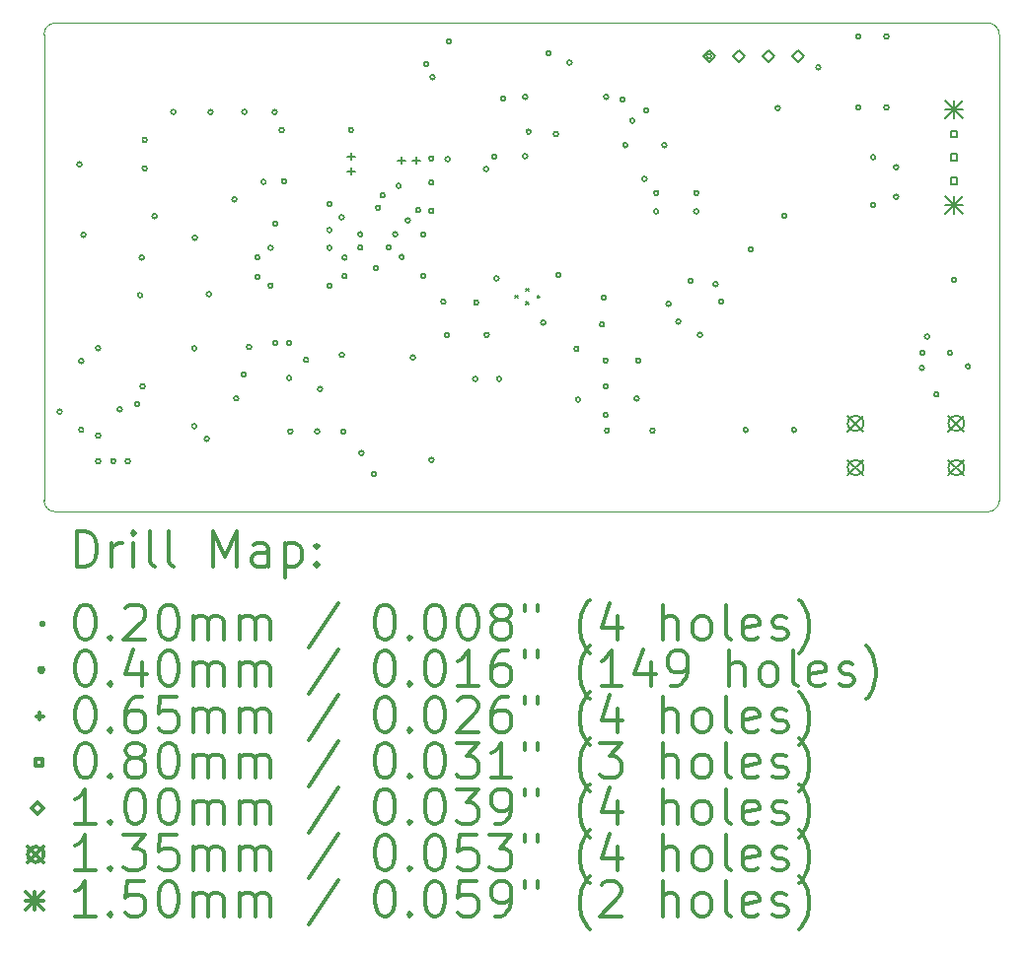
<source format=gbr>
%FSLAX45Y45*%
G04 Gerber Fmt 4.5, Leading zero omitted, Abs format (unit mm)*
G04 Created by KiCad (PCBNEW 5.1.8-db9833491~87~ubuntu20.04.1) date 2020-11-28 22:09:26*
%MOMM*%
%LPD*%
G01*
G04 APERTURE LIST*
%TA.AperFunction,Profile*%
%ADD10C,0.050000*%
%TD*%
%ADD11C,0.200000*%
%ADD12C,0.300000*%
G04 APERTURE END LIST*
D10*
X17200000Y-12100000D02*
G75*
G02*
X17100000Y-12200000I-100000J0D01*
G01*
X9100000Y-12200000D02*
G75*
G02*
X9000000Y-12100000I0J100000D01*
G01*
X9000000Y-8100000D02*
X9000000Y-12100000D01*
X17200000Y-8100000D02*
X17200000Y-12100000D01*
X9000000Y-8100000D02*
G75*
G02*
X9100000Y-8000000I100000J0D01*
G01*
X9100000Y-8000000D02*
X17100000Y-8000000D01*
X17100000Y-8000000D02*
G75*
G02*
X17200000Y-8100000I0J-100000D01*
G01*
X17100000Y-12200000D02*
X9100000Y-12200000D01*
D11*
X13045000Y-10340000D02*
X13065000Y-10360000D01*
X13065000Y-10340000D02*
X13045000Y-10360000D01*
X13140000Y-10282500D02*
X13160000Y-10302500D01*
X13160000Y-10282500D02*
X13140000Y-10302500D01*
X13140000Y-10397500D02*
X13160000Y-10417500D01*
X13160000Y-10397500D02*
X13140000Y-10417500D01*
X13235000Y-10340000D02*
X13255000Y-10360000D01*
X13255000Y-10340000D02*
X13235000Y-10360000D01*
X9155000Y-11340000D02*
G75*
G03*
X9155000Y-11340000I-20000J0D01*
G01*
X9325000Y-9215000D02*
G75*
G03*
X9325000Y-9215000I-20000J0D01*
G01*
X9340000Y-10905000D02*
G75*
G03*
X9340000Y-10905000I-20000J0D01*
G01*
X9340000Y-11495000D02*
G75*
G03*
X9340000Y-11495000I-20000J0D01*
G01*
X9360000Y-9820000D02*
G75*
G03*
X9360000Y-9820000I-20000J0D01*
G01*
X9485000Y-10795000D02*
G75*
G03*
X9485000Y-10795000I-20000J0D01*
G01*
X9485500Y-11544500D02*
G75*
G03*
X9485500Y-11544500I-20000J0D01*
G01*
X9485500Y-11764500D02*
G75*
G03*
X9485500Y-11764500I-20000J0D01*
G01*
X9615000Y-11765000D02*
G75*
G03*
X9615000Y-11765000I-20000J0D01*
G01*
X9670000Y-11320000D02*
G75*
G03*
X9670000Y-11320000I-20000J0D01*
G01*
X9739500Y-11765500D02*
G75*
G03*
X9739500Y-11765500I-20000J0D01*
G01*
X9820000Y-11275000D02*
G75*
G03*
X9820000Y-11275000I-20000J0D01*
G01*
X9845000Y-10340000D02*
G75*
G03*
X9845000Y-10340000I-20000J0D01*
G01*
X9860000Y-10015000D02*
G75*
G03*
X9860000Y-10015000I-20000J0D01*
G01*
X9866500Y-11121500D02*
G75*
G03*
X9866500Y-11121500I-20000J0D01*
G01*
X9885000Y-9005000D02*
G75*
G03*
X9885000Y-9005000I-20000J0D01*
G01*
X9885000Y-9250000D02*
G75*
G03*
X9885000Y-9250000I-20000J0D01*
G01*
X9970000Y-9660000D02*
G75*
G03*
X9970000Y-9660000I-20000J0D01*
G01*
X10130500Y-8764500D02*
G75*
G03*
X10130500Y-8764500I-20000J0D01*
G01*
X10310000Y-10795001D02*
G75*
G03*
X10310000Y-10795001I-20000J0D01*
G01*
X10310000Y-11465000D02*
G75*
G03*
X10310000Y-11465000I-20000J0D01*
G01*
X10315000Y-9845000D02*
G75*
G03*
X10315000Y-9845000I-20000J0D01*
G01*
X10418033Y-11573033D02*
G75*
G03*
X10418033Y-11573033I-20000J0D01*
G01*
X10435000Y-10330000D02*
G75*
G03*
X10435000Y-10330000I-20000J0D01*
G01*
X10450500Y-8764500D02*
G75*
G03*
X10450500Y-8764500I-20000J0D01*
G01*
X10655000Y-9515000D02*
G75*
G03*
X10655000Y-9515000I-20000J0D01*
G01*
X10670000Y-11225000D02*
G75*
G03*
X10670000Y-11225000I-20000J0D01*
G01*
X10735000Y-11020000D02*
G75*
G03*
X10735000Y-11020000I-20000J0D01*
G01*
X10740500Y-8764500D02*
G75*
G03*
X10740500Y-8764500I-20000J0D01*
G01*
X10780533Y-10784467D02*
G75*
G03*
X10780533Y-10784467I-20000J0D01*
G01*
X10853100Y-10015220D02*
G75*
G03*
X10853100Y-10015220I-20000J0D01*
G01*
X10853100Y-10180320D02*
G75*
G03*
X10853100Y-10180320I-20000J0D01*
G01*
X10905000Y-9365000D02*
G75*
G03*
X10905000Y-9365000I-20000J0D01*
G01*
X10964860Y-9931400D02*
G75*
G03*
X10964860Y-9931400I-20000J0D01*
G01*
X10964860Y-10256520D02*
G75*
G03*
X10964860Y-10256520I-20000J0D01*
G01*
X11000500Y-8764500D02*
G75*
G03*
X11000500Y-8764500I-20000J0D01*
G01*
X11005000Y-9725000D02*
G75*
G03*
X11005000Y-9725000I-20000J0D01*
G01*
X11005000Y-10750000D02*
G75*
G03*
X11005000Y-10750000I-20000J0D01*
G01*
X11060000Y-8920000D02*
G75*
G03*
X11060000Y-8920000I-20000J0D01*
G01*
X11080000Y-9360000D02*
G75*
G03*
X11080000Y-9360000I-20000J0D01*
G01*
X11125000Y-10750000D02*
G75*
G03*
X11125000Y-10750000I-20000J0D01*
G01*
X11125000Y-11050000D02*
G75*
G03*
X11125000Y-11050000I-20000J0D01*
G01*
X11135000Y-11510000D02*
G75*
G03*
X11135000Y-11510000I-20000J0D01*
G01*
X11270000Y-10895000D02*
G75*
G03*
X11270000Y-10895000I-20000J0D01*
G01*
X11365000Y-11510000D02*
G75*
G03*
X11365000Y-11510000I-20000J0D01*
G01*
X11390000Y-11145000D02*
G75*
G03*
X11390000Y-11145000I-20000J0D01*
G01*
X11470000Y-9555000D02*
G75*
G03*
X11470000Y-9555000I-20000J0D01*
G01*
X11470000Y-9780000D02*
G75*
G03*
X11470000Y-9780000I-20000J0D01*
G01*
X11470320Y-9931400D02*
G75*
G03*
X11470320Y-9931400I-20000J0D01*
G01*
X11470320Y-10256520D02*
G75*
G03*
X11470320Y-10256520I-20000J0D01*
G01*
X11575000Y-9670000D02*
G75*
G03*
X11575000Y-9670000I-20000J0D01*
G01*
X11577000Y-10852150D02*
G75*
G03*
X11577000Y-10852150I-20000J0D01*
G01*
X11590000Y-11510000D02*
G75*
G03*
X11590000Y-11510000I-20000J0D01*
G01*
X11600000Y-10015000D02*
G75*
G03*
X11600000Y-10015000I-20000J0D01*
G01*
X11600000Y-10175000D02*
G75*
G03*
X11600000Y-10175000I-20000J0D01*
G01*
X11655000Y-8920000D02*
G75*
G03*
X11655000Y-8920000I-20000J0D01*
G01*
X11735000Y-9815000D02*
G75*
G03*
X11735000Y-9815000I-20000J0D01*
G01*
X11735000Y-9930000D02*
G75*
G03*
X11735000Y-9930000I-20000J0D01*
G01*
X11745000Y-11695000D02*
G75*
G03*
X11745000Y-11695000I-20000J0D01*
G01*
X11851320Y-11877040D02*
G75*
G03*
X11851320Y-11877040I-20000J0D01*
G01*
X11870000Y-10105000D02*
G75*
G03*
X11870000Y-10105000I-20000J0D01*
G01*
X11888150Y-9588500D02*
G75*
G03*
X11888150Y-9588500I-20000J0D01*
G01*
X11926250Y-9480550D02*
G75*
G03*
X11926250Y-9480550I-20000J0D01*
G01*
X11980000Y-9930000D02*
G75*
G03*
X11980000Y-9930000I-20000J0D01*
G01*
X12035000Y-9815000D02*
G75*
G03*
X12035000Y-9815000I-20000J0D01*
G01*
X12065000Y-9400000D02*
G75*
G03*
X12065000Y-9400000I-20000J0D01*
G01*
X12090000Y-10010000D02*
G75*
G03*
X12090000Y-10010000I-20000J0D01*
G01*
X12142150Y-9696450D02*
G75*
G03*
X12142150Y-9696450I-20000J0D01*
G01*
X12186600Y-10873740D02*
G75*
G03*
X12186600Y-10873740I-20000J0D01*
G01*
X12231050Y-9607550D02*
G75*
G03*
X12231050Y-9607550I-20000J0D01*
G01*
X12275500Y-9817100D02*
G75*
G03*
X12275500Y-9817100I-20000J0D01*
G01*
X12275500Y-10172700D02*
G75*
G03*
X12275500Y-10172700I-20000J0D01*
G01*
X12300000Y-8355000D02*
G75*
G03*
X12300000Y-8355000I-20000J0D01*
G01*
X12345000Y-9165000D02*
G75*
G03*
X12345000Y-9165000I-20000J0D01*
G01*
X12345000Y-9370000D02*
G75*
G03*
X12345000Y-9370000I-20000J0D01*
G01*
X12345000Y-9615000D02*
G75*
G03*
X12345000Y-9615000I-20000J0D01*
G01*
X12345350Y-11753850D02*
G75*
G03*
X12345350Y-11753850I-20000J0D01*
G01*
X12355000Y-8465000D02*
G75*
G03*
X12355000Y-8465000I-20000J0D01*
G01*
X12447500Y-10395000D02*
G75*
G03*
X12447500Y-10395000I-20000J0D01*
G01*
X12480000Y-10682500D02*
G75*
G03*
X12480000Y-10682500I-20000J0D01*
G01*
X12485000Y-9170000D02*
G75*
G03*
X12485000Y-9170000I-20000J0D01*
G01*
X12495000Y-8160000D02*
G75*
G03*
X12495000Y-8160000I-20000J0D01*
G01*
X12722500Y-11057500D02*
G75*
G03*
X12722500Y-11057500I-20000J0D01*
G01*
X12730000Y-10402500D02*
G75*
G03*
X12730000Y-10402500I-20000J0D01*
G01*
X12815000Y-9255000D02*
G75*
G03*
X12815000Y-9255000I-20000J0D01*
G01*
X12820000Y-10680000D02*
G75*
G03*
X12820000Y-10680000I-20000J0D01*
G01*
X12885000Y-9150000D02*
G75*
G03*
X12885000Y-9150000I-20000J0D01*
G01*
X12905000Y-10195000D02*
G75*
G03*
X12905000Y-10195000I-20000J0D01*
G01*
X12927500Y-11057500D02*
G75*
G03*
X12927500Y-11057500I-20000J0D01*
G01*
X12960000Y-8650000D02*
G75*
G03*
X12960000Y-8650000I-20000J0D01*
G01*
X13150000Y-8635000D02*
G75*
G03*
X13150000Y-8635000I-20000J0D01*
G01*
X13150104Y-9144896D02*
G75*
G03*
X13150104Y-9144896I-20000J0D01*
G01*
X13180000Y-8935000D02*
G75*
G03*
X13180000Y-8935000I-20000J0D01*
G01*
X13305000Y-10575000D02*
G75*
G03*
X13305000Y-10575000I-20000J0D01*
G01*
X13349920Y-8260080D02*
G75*
G03*
X13349920Y-8260080I-20000J0D01*
G01*
X13415000Y-8955000D02*
G75*
G03*
X13415000Y-8955000I-20000J0D01*
G01*
X13435000Y-10165000D02*
G75*
G03*
X13435000Y-10165000I-20000J0D01*
G01*
X13530260Y-8341360D02*
G75*
G03*
X13530260Y-8341360I-20000J0D01*
G01*
X13590000Y-10799999D02*
G75*
G03*
X13590000Y-10799999I-20000J0D01*
G01*
X13605000Y-11235000D02*
G75*
G03*
X13605000Y-11235000I-20000J0D01*
G01*
X13809660Y-10589260D02*
G75*
G03*
X13809660Y-10589260I-20000J0D01*
G01*
X13825000Y-10360000D02*
G75*
G03*
X13825000Y-10360000I-20000J0D01*
G01*
X13840000Y-10900000D02*
G75*
G03*
X13840000Y-10900000I-20000J0D01*
G01*
X13840140Y-11122660D02*
G75*
G03*
X13840140Y-11122660I-20000J0D01*
G01*
X13840140Y-11369040D02*
G75*
G03*
X13840140Y-11369040I-20000J0D01*
G01*
X13845220Y-8636000D02*
G75*
G03*
X13845220Y-8636000I-20000J0D01*
G01*
X13852500Y-11502500D02*
G75*
G03*
X13852500Y-11502500I-20000J0D01*
G01*
X13985000Y-8660000D02*
G75*
G03*
X13985000Y-8660000I-20000J0D01*
G01*
X14010000Y-9050000D02*
G75*
G03*
X14010000Y-9050000I-20000J0D01*
G01*
X14070000Y-8840000D02*
G75*
G03*
X14070000Y-8840000I-20000J0D01*
G01*
X14106840Y-11226800D02*
G75*
G03*
X14106840Y-11226800I-20000J0D01*
G01*
X14120000Y-10900000D02*
G75*
G03*
X14120000Y-10900000I-20000J0D01*
G01*
X14175000Y-9340001D02*
G75*
G03*
X14175000Y-9340001I-20000J0D01*
G01*
X14188120Y-8750300D02*
G75*
G03*
X14188120Y-8750300I-20000J0D01*
G01*
X14242500Y-11502500D02*
G75*
G03*
X14242500Y-11502500I-20000J0D01*
G01*
X14274480Y-9618980D02*
G75*
G03*
X14274480Y-9618980I-20000J0D01*
G01*
X14275750Y-9461500D02*
G75*
G03*
X14275750Y-9461500I-20000J0D01*
G01*
X14345000Y-9050000D02*
G75*
G03*
X14345000Y-9050000I-20000J0D01*
G01*
X14381160Y-10414000D02*
G75*
G03*
X14381160Y-10414000I-20000J0D01*
G01*
X14465000Y-10565000D02*
G75*
G03*
X14465000Y-10565000I-20000J0D01*
G01*
X14569120Y-10215880D02*
G75*
G03*
X14569120Y-10215880I-20000J0D01*
G01*
X14617380Y-9618980D02*
G75*
G03*
X14617380Y-9618980I-20000J0D01*
G01*
X14618650Y-9461500D02*
G75*
G03*
X14618650Y-9461500I-20000J0D01*
G01*
X14650000Y-10680000D02*
G75*
G03*
X14650000Y-10680000I-20000J0D01*
G01*
X14650000Y-10680000D02*
G75*
G03*
X14650000Y-10680000I-20000J0D01*
G01*
X14728000Y-8285000D02*
G75*
G03*
X14728000Y-8285000I-20000J0D01*
G01*
X14785020Y-10244980D02*
G75*
G03*
X14785020Y-10244980I-20000J0D01*
G01*
X14833280Y-10393680D02*
G75*
G03*
X14833280Y-10393680I-20000J0D01*
G01*
X15042500Y-11497500D02*
G75*
G03*
X15042500Y-11497500I-20000J0D01*
G01*
X15085000Y-9945000D02*
G75*
G03*
X15085000Y-9945000I-20000J0D01*
G01*
X15317150Y-8731250D02*
G75*
G03*
X15317150Y-8731250I-20000J0D01*
G01*
X15375000Y-9655000D02*
G75*
G03*
X15375000Y-9655000I-20000J0D01*
G01*
X15457500Y-11497500D02*
G75*
G03*
X15457500Y-11497500I-20000J0D01*
G01*
X15666400Y-8382000D02*
G75*
G03*
X15666400Y-8382000I-20000J0D01*
G01*
X16009300Y-8115300D02*
G75*
G03*
X16009300Y-8115300I-20000J0D01*
G01*
X16009300Y-8724900D02*
G75*
G03*
X16009300Y-8724900I-20000J0D01*
G01*
X16136300Y-9154160D02*
G75*
G03*
X16136300Y-9154160I-20000J0D01*
G01*
X16136300Y-9565640D02*
G75*
G03*
X16136300Y-9565640I-20000J0D01*
G01*
X16250600Y-8115300D02*
G75*
G03*
X16250600Y-8115300I-20000J0D01*
G01*
X16250600Y-8724900D02*
G75*
G03*
X16250600Y-8724900I-20000J0D01*
G01*
X16333150Y-9239250D02*
G75*
G03*
X16333150Y-9239250I-20000J0D01*
G01*
X16333150Y-9493250D02*
G75*
G03*
X16333150Y-9493250I-20000J0D01*
G01*
X16555000Y-10965000D02*
G75*
G03*
X16555000Y-10965000I-20000J0D01*
G01*
X16560000Y-10835000D02*
G75*
G03*
X16560000Y-10835000I-20000J0D01*
G01*
X16600000Y-10695000D02*
G75*
G03*
X16600000Y-10695000I-20000J0D01*
G01*
X16680000Y-11190000D02*
G75*
G03*
X16680000Y-11190000I-20000J0D01*
G01*
X16795000Y-10835000D02*
G75*
G03*
X16795000Y-10835000I-20000J0D01*
G01*
X16829720Y-10208260D02*
G75*
G03*
X16829720Y-10208260I-20000J0D01*
G01*
X16950000Y-10950000D02*
G75*
G03*
X16950000Y-10950000I-20000J0D01*
G01*
X11640000Y-9112500D02*
X11640000Y-9177500D01*
X11607500Y-9145000D02*
X11672500Y-9145000D01*
X11640000Y-9239500D02*
X11640000Y-9304500D01*
X11607500Y-9272000D02*
X11672500Y-9272000D01*
X12068000Y-9147500D02*
X12068000Y-9212500D01*
X12035500Y-9180000D02*
X12100500Y-9180000D01*
X12195000Y-9147500D02*
X12195000Y-9212500D01*
X12162500Y-9180000D02*
X12227500Y-9180000D01*
X16838285Y-8983285D02*
X16838285Y-8926716D01*
X16781716Y-8926716D01*
X16781716Y-8983285D01*
X16838285Y-8983285D01*
X16838285Y-9183285D02*
X16838285Y-9126716D01*
X16781716Y-9126716D01*
X16781716Y-9183285D01*
X16838285Y-9183285D01*
X16838285Y-9383285D02*
X16838285Y-9326716D01*
X16781716Y-9326716D01*
X16781716Y-9383285D01*
X16838285Y-9383285D01*
X14708000Y-8335000D02*
X14758000Y-8285000D01*
X14708000Y-8235000D01*
X14658000Y-8285000D01*
X14708000Y-8335000D01*
X14962000Y-8335000D02*
X15012000Y-8285000D01*
X14962000Y-8235000D01*
X14912000Y-8285000D01*
X14962000Y-8335000D01*
X15216000Y-8335000D02*
X15266000Y-8285000D01*
X15216000Y-8235000D01*
X15166000Y-8285000D01*
X15216000Y-8335000D01*
X15470000Y-8335000D02*
X15520000Y-8285000D01*
X15470000Y-8235000D01*
X15420000Y-8285000D01*
X15470000Y-8335000D01*
X15898700Y-11372700D02*
X16033300Y-11507300D01*
X16033300Y-11372700D02*
X15898700Y-11507300D01*
X16033300Y-11440000D02*
G75*
G03*
X16033300Y-11440000I-67300J0D01*
G01*
X15898700Y-11752700D02*
X16033300Y-11887300D01*
X16033300Y-11752700D02*
X15898700Y-11887300D01*
X16033300Y-11820000D02*
G75*
G03*
X16033300Y-11820000I-67300J0D01*
G01*
X16762700Y-11372700D02*
X16897300Y-11507300D01*
X16897300Y-11372700D02*
X16762700Y-11507300D01*
X16897300Y-11440000D02*
G75*
G03*
X16897300Y-11440000I-67300J0D01*
G01*
X16762700Y-11752700D02*
X16897300Y-11887300D01*
X16897300Y-11752700D02*
X16762700Y-11887300D01*
X16897300Y-11820000D02*
G75*
G03*
X16897300Y-11820000I-67300J0D01*
G01*
X16735000Y-8670000D02*
X16885000Y-8820000D01*
X16885000Y-8670000D02*
X16735000Y-8820000D01*
X16810000Y-8670000D02*
X16810000Y-8820000D01*
X16735000Y-8745000D02*
X16885000Y-8745000D01*
X16735000Y-9490000D02*
X16885000Y-9640000D01*
X16885000Y-9490000D02*
X16735000Y-9640000D01*
X16810000Y-9490000D02*
X16810000Y-9640000D01*
X16735000Y-9565000D02*
X16885000Y-9565000D01*
D12*
X9283928Y-12668214D02*
X9283928Y-12368214D01*
X9355357Y-12368214D01*
X9398214Y-12382500D01*
X9426786Y-12411071D01*
X9441071Y-12439643D01*
X9455357Y-12496786D01*
X9455357Y-12539643D01*
X9441071Y-12596786D01*
X9426786Y-12625357D01*
X9398214Y-12653929D01*
X9355357Y-12668214D01*
X9283928Y-12668214D01*
X9583928Y-12668214D02*
X9583928Y-12468214D01*
X9583928Y-12525357D02*
X9598214Y-12496786D01*
X9612500Y-12482500D01*
X9641071Y-12468214D01*
X9669643Y-12468214D01*
X9769643Y-12668214D02*
X9769643Y-12468214D01*
X9769643Y-12368214D02*
X9755357Y-12382500D01*
X9769643Y-12396786D01*
X9783928Y-12382500D01*
X9769643Y-12368214D01*
X9769643Y-12396786D01*
X9955357Y-12668214D02*
X9926786Y-12653929D01*
X9912500Y-12625357D01*
X9912500Y-12368214D01*
X10112500Y-12668214D02*
X10083928Y-12653929D01*
X10069643Y-12625357D01*
X10069643Y-12368214D01*
X10455357Y-12668214D02*
X10455357Y-12368214D01*
X10555357Y-12582500D01*
X10655357Y-12368214D01*
X10655357Y-12668214D01*
X10926786Y-12668214D02*
X10926786Y-12511071D01*
X10912500Y-12482500D01*
X10883928Y-12468214D01*
X10826786Y-12468214D01*
X10798214Y-12482500D01*
X10926786Y-12653929D02*
X10898214Y-12668214D01*
X10826786Y-12668214D01*
X10798214Y-12653929D01*
X10783928Y-12625357D01*
X10783928Y-12596786D01*
X10798214Y-12568214D01*
X10826786Y-12553929D01*
X10898214Y-12553929D01*
X10926786Y-12539643D01*
X11069643Y-12468214D02*
X11069643Y-12768214D01*
X11069643Y-12482500D02*
X11098214Y-12468214D01*
X11155357Y-12468214D01*
X11183928Y-12482500D01*
X11198214Y-12496786D01*
X11212500Y-12525357D01*
X11212500Y-12611071D01*
X11198214Y-12639643D01*
X11183928Y-12653929D01*
X11155357Y-12668214D01*
X11098214Y-12668214D01*
X11069643Y-12653929D01*
X11341071Y-12639643D02*
X11355357Y-12653929D01*
X11341071Y-12668214D01*
X11326786Y-12653929D01*
X11341071Y-12639643D01*
X11341071Y-12668214D01*
X11341071Y-12482500D02*
X11355357Y-12496786D01*
X11341071Y-12511071D01*
X11326786Y-12496786D01*
X11341071Y-12482500D01*
X11341071Y-12511071D01*
X8977500Y-13152500D02*
X8997500Y-13172500D01*
X8997500Y-13152500D02*
X8977500Y-13172500D01*
X9341071Y-12998214D02*
X9369643Y-12998214D01*
X9398214Y-13012500D01*
X9412500Y-13026786D01*
X9426786Y-13055357D01*
X9441071Y-13112500D01*
X9441071Y-13183929D01*
X9426786Y-13241071D01*
X9412500Y-13269643D01*
X9398214Y-13283929D01*
X9369643Y-13298214D01*
X9341071Y-13298214D01*
X9312500Y-13283929D01*
X9298214Y-13269643D01*
X9283928Y-13241071D01*
X9269643Y-13183929D01*
X9269643Y-13112500D01*
X9283928Y-13055357D01*
X9298214Y-13026786D01*
X9312500Y-13012500D01*
X9341071Y-12998214D01*
X9569643Y-13269643D02*
X9583928Y-13283929D01*
X9569643Y-13298214D01*
X9555357Y-13283929D01*
X9569643Y-13269643D01*
X9569643Y-13298214D01*
X9698214Y-13026786D02*
X9712500Y-13012500D01*
X9741071Y-12998214D01*
X9812500Y-12998214D01*
X9841071Y-13012500D01*
X9855357Y-13026786D01*
X9869643Y-13055357D01*
X9869643Y-13083929D01*
X9855357Y-13126786D01*
X9683928Y-13298214D01*
X9869643Y-13298214D01*
X10055357Y-12998214D02*
X10083928Y-12998214D01*
X10112500Y-13012500D01*
X10126786Y-13026786D01*
X10141071Y-13055357D01*
X10155357Y-13112500D01*
X10155357Y-13183929D01*
X10141071Y-13241071D01*
X10126786Y-13269643D01*
X10112500Y-13283929D01*
X10083928Y-13298214D01*
X10055357Y-13298214D01*
X10026786Y-13283929D01*
X10012500Y-13269643D01*
X9998214Y-13241071D01*
X9983928Y-13183929D01*
X9983928Y-13112500D01*
X9998214Y-13055357D01*
X10012500Y-13026786D01*
X10026786Y-13012500D01*
X10055357Y-12998214D01*
X10283928Y-13298214D02*
X10283928Y-13098214D01*
X10283928Y-13126786D02*
X10298214Y-13112500D01*
X10326786Y-13098214D01*
X10369643Y-13098214D01*
X10398214Y-13112500D01*
X10412500Y-13141071D01*
X10412500Y-13298214D01*
X10412500Y-13141071D02*
X10426786Y-13112500D01*
X10455357Y-13098214D01*
X10498214Y-13098214D01*
X10526786Y-13112500D01*
X10541071Y-13141071D01*
X10541071Y-13298214D01*
X10683928Y-13298214D02*
X10683928Y-13098214D01*
X10683928Y-13126786D02*
X10698214Y-13112500D01*
X10726786Y-13098214D01*
X10769643Y-13098214D01*
X10798214Y-13112500D01*
X10812500Y-13141071D01*
X10812500Y-13298214D01*
X10812500Y-13141071D02*
X10826786Y-13112500D01*
X10855357Y-13098214D01*
X10898214Y-13098214D01*
X10926786Y-13112500D01*
X10941071Y-13141071D01*
X10941071Y-13298214D01*
X11526786Y-12983929D02*
X11269643Y-13369643D01*
X11912500Y-12998214D02*
X11941071Y-12998214D01*
X11969643Y-13012500D01*
X11983928Y-13026786D01*
X11998214Y-13055357D01*
X12012500Y-13112500D01*
X12012500Y-13183929D01*
X11998214Y-13241071D01*
X11983928Y-13269643D01*
X11969643Y-13283929D01*
X11941071Y-13298214D01*
X11912500Y-13298214D01*
X11883928Y-13283929D01*
X11869643Y-13269643D01*
X11855357Y-13241071D01*
X11841071Y-13183929D01*
X11841071Y-13112500D01*
X11855357Y-13055357D01*
X11869643Y-13026786D01*
X11883928Y-13012500D01*
X11912500Y-12998214D01*
X12141071Y-13269643D02*
X12155357Y-13283929D01*
X12141071Y-13298214D01*
X12126786Y-13283929D01*
X12141071Y-13269643D01*
X12141071Y-13298214D01*
X12341071Y-12998214D02*
X12369643Y-12998214D01*
X12398214Y-13012500D01*
X12412500Y-13026786D01*
X12426786Y-13055357D01*
X12441071Y-13112500D01*
X12441071Y-13183929D01*
X12426786Y-13241071D01*
X12412500Y-13269643D01*
X12398214Y-13283929D01*
X12369643Y-13298214D01*
X12341071Y-13298214D01*
X12312500Y-13283929D01*
X12298214Y-13269643D01*
X12283928Y-13241071D01*
X12269643Y-13183929D01*
X12269643Y-13112500D01*
X12283928Y-13055357D01*
X12298214Y-13026786D01*
X12312500Y-13012500D01*
X12341071Y-12998214D01*
X12626786Y-12998214D02*
X12655357Y-12998214D01*
X12683928Y-13012500D01*
X12698214Y-13026786D01*
X12712500Y-13055357D01*
X12726786Y-13112500D01*
X12726786Y-13183929D01*
X12712500Y-13241071D01*
X12698214Y-13269643D01*
X12683928Y-13283929D01*
X12655357Y-13298214D01*
X12626786Y-13298214D01*
X12598214Y-13283929D01*
X12583928Y-13269643D01*
X12569643Y-13241071D01*
X12555357Y-13183929D01*
X12555357Y-13112500D01*
X12569643Y-13055357D01*
X12583928Y-13026786D01*
X12598214Y-13012500D01*
X12626786Y-12998214D01*
X12898214Y-13126786D02*
X12869643Y-13112500D01*
X12855357Y-13098214D01*
X12841071Y-13069643D01*
X12841071Y-13055357D01*
X12855357Y-13026786D01*
X12869643Y-13012500D01*
X12898214Y-12998214D01*
X12955357Y-12998214D01*
X12983928Y-13012500D01*
X12998214Y-13026786D01*
X13012500Y-13055357D01*
X13012500Y-13069643D01*
X12998214Y-13098214D01*
X12983928Y-13112500D01*
X12955357Y-13126786D01*
X12898214Y-13126786D01*
X12869643Y-13141071D01*
X12855357Y-13155357D01*
X12841071Y-13183929D01*
X12841071Y-13241071D01*
X12855357Y-13269643D01*
X12869643Y-13283929D01*
X12898214Y-13298214D01*
X12955357Y-13298214D01*
X12983928Y-13283929D01*
X12998214Y-13269643D01*
X13012500Y-13241071D01*
X13012500Y-13183929D01*
X12998214Y-13155357D01*
X12983928Y-13141071D01*
X12955357Y-13126786D01*
X13126786Y-12998214D02*
X13126786Y-13055357D01*
X13241071Y-12998214D02*
X13241071Y-13055357D01*
X13683928Y-13412500D02*
X13669643Y-13398214D01*
X13641071Y-13355357D01*
X13626786Y-13326786D01*
X13612500Y-13283929D01*
X13598214Y-13212500D01*
X13598214Y-13155357D01*
X13612500Y-13083929D01*
X13626786Y-13041071D01*
X13641071Y-13012500D01*
X13669643Y-12969643D01*
X13683928Y-12955357D01*
X13926786Y-13098214D02*
X13926786Y-13298214D01*
X13855357Y-12983929D02*
X13783928Y-13198214D01*
X13969643Y-13198214D01*
X14312500Y-13298214D02*
X14312500Y-12998214D01*
X14441071Y-13298214D02*
X14441071Y-13141071D01*
X14426786Y-13112500D01*
X14398214Y-13098214D01*
X14355357Y-13098214D01*
X14326786Y-13112500D01*
X14312500Y-13126786D01*
X14626786Y-13298214D02*
X14598214Y-13283929D01*
X14583928Y-13269643D01*
X14569643Y-13241071D01*
X14569643Y-13155357D01*
X14583928Y-13126786D01*
X14598214Y-13112500D01*
X14626786Y-13098214D01*
X14669643Y-13098214D01*
X14698214Y-13112500D01*
X14712500Y-13126786D01*
X14726786Y-13155357D01*
X14726786Y-13241071D01*
X14712500Y-13269643D01*
X14698214Y-13283929D01*
X14669643Y-13298214D01*
X14626786Y-13298214D01*
X14898214Y-13298214D02*
X14869643Y-13283929D01*
X14855357Y-13255357D01*
X14855357Y-12998214D01*
X15126786Y-13283929D02*
X15098214Y-13298214D01*
X15041071Y-13298214D01*
X15012500Y-13283929D01*
X14998214Y-13255357D01*
X14998214Y-13141071D01*
X15012500Y-13112500D01*
X15041071Y-13098214D01*
X15098214Y-13098214D01*
X15126786Y-13112500D01*
X15141071Y-13141071D01*
X15141071Y-13169643D01*
X14998214Y-13198214D01*
X15255357Y-13283929D02*
X15283928Y-13298214D01*
X15341071Y-13298214D01*
X15369643Y-13283929D01*
X15383928Y-13255357D01*
X15383928Y-13241071D01*
X15369643Y-13212500D01*
X15341071Y-13198214D01*
X15298214Y-13198214D01*
X15269643Y-13183929D01*
X15255357Y-13155357D01*
X15255357Y-13141071D01*
X15269643Y-13112500D01*
X15298214Y-13098214D01*
X15341071Y-13098214D01*
X15369643Y-13112500D01*
X15483928Y-13412500D02*
X15498214Y-13398214D01*
X15526786Y-13355357D01*
X15541071Y-13326786D01*
X15555357Y-13283929D01*
X15569643Y-13212500D01*
X15569643Y-13155357D01*
X15555357Y-13083929D01*
X15541071Y-13041071D01*
X15526786Y-13012500D01*
X15498214Y-12969643D01*
X15483928Y-12955357D01*
X8997500Y-13558500D02*
G75*
G03*
X8997500Y-13558500I-20000J0D01*
G01*
X9341071Y-13394214D02*
X9369643Y-13394214D01*
X9398214Y-13408500D01*
X9412500Y-13422786D01*
X9426786Y-13451357D01*
X9441071Y-13508500D01*
X9441071Y-13579929D01*
X9426786Y-13637071D01*
X9412500Y-13665643D01*
X9398214Y-13679929D01*
X9369643Y-13694214D01*
X9341071Y-13694214D01*
X9312500Y-13679929D01*
X9298214Y-13665643D01*
X9283928Y-13637071D01*
X9269643Y-13579929D01*
X9269643Y-13508500D01*
X9283928Y-13451357D01*
X9298214Y-13422786D01*
X9312500Y-13408500D01*
X9341071Y-13394214D01*
X9569643Y-13665643D02*
X9583928Y-13679929D01*
X9569643Y-13694214D01*
X9555357Y-13679929D01*
X9569643Y-13665643D01*
X9569643Y-13694214D01*
X9841071Y-13494214D02*
X9841071Y-13694214D01*
X9769643Y-13379929D02*
X9698214Y-13594214D01*
X9883928Y-13594214D01*
X10055357Y-13394214D02*
X10083928Y-13394214D01*
X10112500Y-13408500D01*
X10126786Y-13422786D01*
X10141071Y-13451357D01*
X10155357Y-13508500D01*
X10155357Y-13579929D01*
X10141071Y-13637071D01*
X10126786Y-13665643D01*
X10112500Y-13679929D01*
X10083928Y-13694214D01*
X10055357Y-13694214D01*
X10026786Y-13679929D01*
X10012500Y-13665643D01*
X9998214Y-13637071D01*
X9983928Y-13579929D01*
X9983928Y-13508500D01*
X9998214Y-13451357D01*
X10012500Y-13422786D01*
X10026786Y-13408500D01*
X10055357Y-13394214D01*
X10283928Y-13694214D02*
X10283928Y-13494214D01*
X10283928Y-13522786D02*
X10298214Y-13508500D01*
X10326786Y-13494214D01*
X10369643Y-13494214D01*
X10398214Y-13508500D01*
X10412500Y-13537071D01*
X10412500Y-13694214D01*
X10412500Y-13537071D02*
X10426786Y-13508500D01*
X10455357Y-13494214D01*
X10498214Y-13494214D01*
X10526786Y-13508500D01*
X10541071Y-13537071D01*
X10541071Y-13694214D01*
X10683928Y-13694214D02*
X10683928Y-13494214D01*
X10683928Y-13522786D02*
X10698214Y-13508500D01*
X10726786Y-13494214D01*
X10769643Y-13494214D01*
X10798214Y-13508500D01*
X10812500Y-13537071D01*
X10812500Y-13694214D01*
X10812500Y-13537071D02*
X10826786Y-13508500D01*
X10855357Y-13494214D01*
X10898214Y-13494214D01*
X10926786Y-13508500D01*
X10941071Y-13537071D01*
X10941071Y-13694214D01*
X11526786Y-13379929D02*
X11269643Y-13765643D01*
X11912500Y-13394214D02*
X11941071Y-13394214D01*
X11969643Y-13408500D01*
X11983928Y-13422786D01*
X11998214Y-13451357D01*
X12012500Y-13508500D01*
X12012500Y-13579929D01*
X11998214Y-13637071D01*
X11983928Y-13665643D01*
X11969643Y-13679929D01*
X11941071Y-13694214D01*
X11912500Y-13694214D01*
X11883928Y-13679929D01*
X11869643Y-13665643D01*
X11855357Y-13637071D01*
X11841071Y-13579929D01*
X11841071Y-13508500D01*
X11855357Y-13451357D01*
X11869643Y-13422786D01*
X11883928Y-13408500D01*
X11912500Y-13394214D01*
X12141071Y-13665643D02*
X12155357Y-13679929D01*
X12141071Y-13694214D01*
X12126786Y-13679929D01*
X12141071Y-13665643D01*
X12141071Y-13694214D01*
X12341071Y-13394214D02*
X12369643Y-13394214D01*
X12398214Y-13408500D01*
X12412500Y-13422786D01*
X12426786Y-13451357D01*
X12441071Y-13508500D01*
X12441071Y-13579929D01*
X12426786Y-13637071D01*
X12412500Y-13665643D01*
X12398214Y-13679929D01*
X12369643Y-13694214D01*
X12341071Y-13694214D01*
X12312500Y-13679929D01*
X12298214Y-13665643D01*
X12283928Y-13637071D01*
X12269643Y-13579929D01*
X12269643Y-13508500D01*
X12283928Y-13451357D01*
X12298214Y-13422786D01*
X12312500Y-13408500D01*
X12341071Y-13394214D01*
X12726786Y-13694214D02*
X12555357Y-13694214D01*
X12641071Y-13694214D02*
X12641071Y-13394214D01*
X12612500Y-13437071D01*
X12583928Y-13465643D01*
X12555357Y-13479929D01*
X12983928Y-13394214D02*
X12926786Y-13394214D01*
X12898214Y-13408500D01*
X12883928Y-13422786D01*
X12855357Y-13465643D01*
X12841071Y-13522786D01*
X12841071Y-13637071D01*
X12855357Y-13665643D01*
X12869643Y-13679929D01*
X12898214Y-13694214D01*
X12955357Y-13694214D01*
X12983928Y-13679929D01*
X12998214Y-13665643D01*
X13012500Y-13637071D01*
X13012500Y-13565643D01*
X12998214Y-13537071D01*
X12983928Y-13522786D01*
X12955357Y-13508500D01*
X12898214Y-13508500D01*
X12869643Y-13522786D01*
X12855357Y-13537071D01*
X12841071Y-13565643D01*
X13126786Y-13394214D02*
X13126786Y-13451357D01*
X13241071Y-13394214D02*
X13241071Y-13451357D01*
X13683928Y-13808500D02*
X13669643Y-13794214D01*
X13641071Y-13751357D01*
X13626786Y-13722786D01*
X13612500Y-13679929D01*
X13598214Y-13608500D01*
X13598214Y-13551357D01*
X13612500Y-13479929D01*
X13626786Y-13437071D01*
X13641071Y-13408500D01*
X13669643Y-13365643D01*
X13683928Y-13351357D01*
X13955357Y-13694214D02*
X13783928Y-13694214D01*
X13869643Y-13694214D02*
X13869643Y-13394214D01*
X13841071Y-13437071D01*
X13812500Y-13465643D01*
X13783928Y-13479929D01*
X14212500Y-13494214D02*
X14212500Y-13694214D01*
X14141071Y-13379929D02*
X14069643Y-13594214D01*
X14255357Y-13594214D01*
X14383928Y-13694214D02*
X14441071Y-13694214D01*
X14469643Y-13679929D01*
X14483928Y-13665643D01*
X14512500Y-13622786D01*
X14526786Y-13565643D01*
X14526786Y-13451357D01*
X14512500Y-13422786D01*
X14498214Y-13408500D01*
X14469643Y-13394214D01*
X14412500Y-13394214D01*
X14383928Y-13408500D01*
X14369643Y-13422786D01*
X14355357Y-13451357D01*
X14355357Y-13522786D01*
X14369643Y-13551357D01*
X14383928Y-13565643D01*
X14412500Y-13579929D01*
X14469643Y-13579929D01*
X14498214Y-13565643D01*
X14512500Y-13551357D01*
X14526786Y-13522786D01*
X14883928Y-13694214D02*
X14883928Y-13394214D01*
X15012500Y-13694214D02*
X15012500Y-13537071D01*
X14998214Y-13508500D01*
X14969643Y-13494214D01*
X14926786Y-13494214D01*
X14898214Y-13508500D01*
X14883928Y-13522786D01*
X15198214Y-13694214D02*
X15169643Y-13679929D01*
X15155357Y-13665643D01*
X15141071Y-13637071D01*
X15141071Y-13551357D01*
X15155357Y-13522786D01*
X15169643Y-13508500D01*
X15198214Y-13494214D01*
X15241071Y-13494214D01*
X15269643Y-13508500D01*
X15283928Y-13522786D01*
X15298214Y-13551357D01*
X15298214Y-13637071D01*
X15283928Y-13665643D01*
X15269643Y-13679929D01*
X15241071Y-13694214D01*
X15198214Y-13694214D01*
X15469643Y-13694214D02*
X15441071Y-13679929D01*
X15426786Y-13651357D01*
X15426786Y-13394214D01*
X15698214Y-13679929D02*
X15669643Y-13694214D01*
X15612500Y-13694214D01*
X15583928Y-13679929D01*
X15569643Y-13651357D01*
X15569643Y-13537071D01*
X15583928Y-13508500D01*
X15612500Y-13494214D01*
X15669643Y-13494214D01*
X15698214Y-13508500D01*
X15712500Y-13537071D01*
X15712500Y-13565643D01*
X15569643Y-13594214D01*
X15826786Y-13679929D02*
X15855357Y-13694214D01*
X15912500Y-13694214D01*
X15941071Y-13679929D01*
X15955357Y-13651357D01*
X15955357Y-13637071D01*
X15941071Y-13608500D01*
X15912500Y-13594214D01*
X15869643Y-13594214D01*
X15841071Y-13579929D01*
X15826786Y-13551357D01*
X15826786Y-13537071D01*
X15841071Y-13508500D01*
X15869643Y-13494214D01*
X15912500Y-13494214D01*
X15941071Y-13508500D01*
X16055357Y-13808500D02*
X16069643Y-13794214D01*
X16098214Y-13751357D01*
X16112500Y-13722786D01*
X16126786Y-13679929D01*
X16141071Y-13608500D01*
X16141071Y-13551357D01*
X16126786Y-13479929D01*
X16112500Y-13437071D01*
X16098214Y-13408500D01*
X16069643Y-13365643D01*
X16055357Y-13351357D01*
X8965000Y-13922000D02*
X8965000Y-13987000D01*
X8932500Y-13954500D02*
X8997500Y-13954500D01*
X9341071Y-13790214D02*
X9369643Y-13790214D01*
X9398214Y-13804500D01*
X9412500Y-13818786D01*
X9426786Y-13847357D01*
X9441071Y-13904500D01*
X9441071Y-13975929D01*
X9426786Y-14033071D01*
X9412500Y-14061643D01*
X9398214Y-14075929D01*
X9369643Y-14090214D01*
X9341071Y-14090214D01*
X9312500Y-14075929D01*
X9298214Y-14061643D01*
X9283928Y-14033071D01*
X9269643Y-13975929D01*
X9269643Y-13904500D01*
X9283928Y-13847357D01*
X9298214Y-13818786D01*
X9312500Y-13804500D01*
X9341071Y-13790214D01*
X9569643Y-14061643D02*
X9583928Y-14075929D01*
X9569643Y-14090214D01*
X9555357Y-14075929D01*
X9569643Y-14061643D01*
X9569643Y-14090214D01*
X9841071Y-13790214D02*
X9783928Y-13790214D01*
X9755357Y-13804500D01*
X9741071Y-13818786D01*
X9712500Y-13861643D01*
X9698214Y-13918786D01*
X9698214Y-14033071D01*
X9712500Y-14061643D01*
X9726786Y-14075929D01*
X9755357Y-14090214D01*
X9812500Y-14090214D01*
X9841071Y-14075929D01*
X9855357Y-14061643D01*
X9869643Y-14033071D01*
X9869643Y-13961643D01*
X9855357Y-13933071D01*
X9841071Y-13918786D01*
X9812500Y-13904500D01*
X9755357Y-13904500D01*
X9726786Y-13918786D01*
X9712500Y-13933071D01*
X9698214Y-13961643D01*
X10141071Y-13790214D02*
X9998214Y-13790214D01*
X9983928Y-13933071D01*
X9998214Y-13918786D01*
X10026786Y-13904500D01*
X10098214Y-13904500D01*
X10126786Y-13918786D01*
X10141071Y-13933071D01*
X10155357Y-13961643D01*
X10155357Y-14033071D01*
X10141071Y-14061643D01*
X10126786Y-14075929D01*
X10098214Y-14090214D01*
X10026786Y-14090214D01*
X9998214Y-14075929D01*
X9983928Y-14061643D01*
X10283928Y-14090214D02*
X10283928Y-13890214D01*
X10283928Y-13918786D02*
X10298214Y-13904500D01*
X10326786Y-13890214D01*
X10369643Y-13890214D01*
X10398214Y-13904500D01*
X10412500Y-13933071D01*
X10412500Y-14090214D01*
X10412500Y-13933071D02*
X10426786Y-13904500D01*
X10455357Y-13890214D01*
X10498214Y-13890214D01*
X10526786Y-13904500D01*
X10541071Y-13933071D01*
X10541071Y-14090214D01*
X10683928Y-14090214D02*
X10683928Y-13890214D01*
X10683928Y-13918786D02*
X10698214Y-13904500D01*
X10726786Y-13890214D01*
X10769643Y-13890214D01*
X10798214Y-13904500D01*
X10812500Y-13933071D01*
X10812500Y-14090214D01*
X10812500Y-13933071D02*
X10826786Y-13904500D01*
X10855357Y-13890214D01*
X10898214Y-13890214D01*
X10926786Y-13904500D01*
X10941071Y-13933071D01*
X10941071Y-14090214D01*
X11526786Y-13775929D02*
X11269643Y-14161643D01*
X11912500Y-13790214D02*
X11941071Y-13790214D01*
X11969643Y-13804500D01*
X11983928Y-13818786D01*
X11998214Y-13847357D01*
X12012500Y-13904500D01*
X12012500Y-13975929D01*
X11998214Y-14033071D01*
X11983928Y-14061643D01*
X11969643Y-14075929D01*
X11941071Y-14090214D01*
X11912500Y-14090214D01*
X11883928Y-14075929D01*
X11869643Y-14061643D01*
X11855357Y-14033071D01*
X11841071Y-13975929D01*
X11841071Y-13904500D01*
X11855357Y-13847357D01*
X11869643Y-13818786D01*
X11883928Y-13804500D01*
X11912500Y-13790214D01*
X12141071Y-14061643D02*
X12155357Y-14075929D01*
X12141071Y-14090214D01*
X12126786Y-14075929D01*
X12141071Y-14061643D01*
X12141071Y-14090214D01*
X12341071Y-13790214D02*
X12369643Y-13790214D01*
X12398214Y-13804500D01*
X12412500Y-13818786D01*
X12426786Y-13847357D01*
X12441071Y-13904500D01*
X12441071Y-13975929D01*
X12426786Y-14033071D01*
X12412500Y-14061643D01*
X12398214Y-14075929D01*
X12369643Y-14090214D01*
X12341071Y-14090214D01*
X12312500Y-14075929D01*
X12298214Y-14061643D01*
X12283928Y-14033071D01*
X12269643Y-13975929D01*
X12269643Y-13904500D01*
X12283928Y-13847357D01*
X12298214Y-13818786D01*
X12312500Y-13804500D01*
X12341071Y-13790214D01*
X12555357Y-13818786D02*
X12569643Y-13804500D01*
X12598214Y-13790214D01*
X12669643Y-13790214D01*
X12698214Y-13804500D01*
X12712500Y-13818786D01*
X12726786Y-13847357D01*
X12726786Y-13875929D01*
X12712500Y-13918786D01*
X12541071Y-14090214D01*
X12726786Y-14090214D01*
X12983928Y-13790214D02*
X12926786Y-13790214D01*
X12898214Y-13804500D01*
X12883928Y-13818786D01*
X12855357Y-13861643D01*
X12841071Y-13918786D01*
X12841071Y-14033071D01*
X12855357Y-14061643D01*
X12869643Y-14075929D01*
X12898214Y-14090214D01*
X12955357Y-14090214D01*
X12983928Y-14075929D01*
X12998214Y-14061643D01*
X13012500Y-14033071D01*
X13012500Y-13961643D01*
X12998214Y-13933071D01*
X12983928Y-13918786D01*
X12955357Y-13904500D01*
X12898214Y-13904500D01*
X12869643Y-13918786D01*
X12855357Y-13933071D01*
X12841071Y-13961643D01*
X13126786Y-13790214D02*
X13126786Y-13847357D01*
X13241071Y-13790214D02*
X13241071Y-13847357D01*
X13683928Y-14204500D02*
X13669643Y-14190214D01*
X13641071Y-14147357D01*
X13626786Y-14118786D01*
X13612500Y-14075929D01*
X13598214Y-14004500D01*
X13598214Y-13947357D01*
X13612500Y-13875929D01*
X13626786Y-13833071D01*
X13641071Y-13804500D01*
X13669643Y-13761643D01*
X13683928Y-13747357D01*
X13926786Y-13890214D02*
X13926786Y-14090214D01*
X13855357Y-13775929D02*
X13783928Y-13990214D01*
X13969643Y-13990214D01*
X14312500Y-14090214D02*
X14312500Y-13790214D01*
X14441071Y-14090214D02*
X14441071Y-13933071D01*
X14426786Y-13904500D01*
X14398214Y-13890214D01*
X14355357Y-13890214D01*
X14326786Y-13904500D01*
X14312500Y-13918786D01*
X14626786Y-14090214D02*
X14598214Y-14075929D01*
X14583928Y-14061643D01*
X14569643Y-14033071D01*
X14569643Y-13947357D01*
X14583928Y-13918786D01*
X14598214Y-13904500D01*
X14626786Y-13890214D01*
X14669643Y-13890214D01*
X14698214Y-13904500D01*
X14712500Y-13918786D01*
X14726786Y-13947357D01*
X14726786Y-14033071D01*
X14712500Y-14061643D01*
X14698214Y-14075929D01*
X14669643Y-14090214D01*
X14626786Y-14090214D01*
X14898214Y-14090214D02*
X14869643Y-14075929D01*
X14855357Y-14047357D01*
X14855357Y-13790214D01*
X15126786Y-14075929D02*
X15098214Y-14090214D01*
X15041071Y-14090214D01*
X15012500Y-14075929D01*
X14998214Y-14047357D01*
X14998214Y-13933071D01*
X15012500Y-13904500D01*
X15041071Y-13890214D01*
X15098214Y-13890214D01*
X15126786Y-13904500D01*
X15141071Y-13933071D01*
X15141071Y-13961643D01*
X14998214Y-13990214D01*
X15255357Y-14075929D02*
X15283928Y-14090214D01*
X15341071Y-14090214D01*
X15369643Y-14075929D01*
X15383928Y-14047357D01*
X15383928Y-14033071D01*
X15369643Y-14004500D01*
X15341071Y-13990214D01*
X15298214Y-13990214D01*
X15269643Y-13975929D01*
X15255357Y-13947357D01*
X15255357Y-13933071D01*
X15269643Y-13904500D01*
X15298214Y-13890214D01*
X15341071Y-13890214D01*
X15369643Y-13904500D01*
X15483928Y-14204500D02*
X15498214Y-14190214D01*
X15526786Y-14147357D01*
X15541071Y-14118786D01*
X15555357Y-14075929D01*
X15569643Y-14004500D01*
X15569643Y-13947357D01*
X15555357Y-13875929D01*
X15541071Y-13833071D01*
X15526786Y-13804500D01*
X15498214Y-13761643D01*
X15483928Y-13747357D01*
X8985784Y-14378785D02*
X8985784Y-14322216D01*
X8929215Y-14322216D01*
X8929215Y-14378785D01*
X8985784Y-14378785D01*
X9341071Y-14186214D02*
X9369643Y-14186214D01*
X9398214Y-14200500D01*
X9412500Y-14214786D01*
X9426786Y-14243357D01*
X9441071Y-14300500D01*
X9441071Y-14371929D01*
X9426786Y-14429071D01*
X9412500Y-14457643D01*
X9398214Y-14471929D01*
X9369643Y-14486214D01*
X9341071Y-14486214D01*
X9312500Y-14471929D01*
X9298214Y-14457643D01*
X9283928Y-14429071D01*
X9269643Y-14371929D01*
X9269643Y-14300500D01*
X9283928Y-14243357D01*
X9298214Y-14214786D01*
X9312500Y-14200500D01*
X9341071Y-14186214D01*
X9569643Y-14457643D02*
X9583928Y-14471929D01*
X9569643Y-14486214D01*
X9555357Y-14471929D01*
X9569643Y-14457643D01*
X9569643Y-14486214D01*
X9755357Y-14314786D02*
X9726786Y-14300500D01*
X9712500Y-14286214D01*
X9698214Y-14257643D01*
X9698214Y-14243357D01*
X9712500Y-14214786D01*
X9726786Y-14200500D01*
X9755357Y-14186214D01*
X9812500Y-14186214D01*
X9841071Y-14200500D01*
X9855357Y-14214786D01*
X9869643Y-14243357D01*
X9869643Y-14257643D01*
X9855357Y-14286214D01*
X9841071Y-14300500D01*
X9812500Y-14314786D01*
X9755357Y-14314786D01*
X9726786Y-14329071D01*
X9712500Y-14343357D01*
X9698214Y-14371929D01*
X9698214Y-14429071D01*
X9712500Y-14457643D01*
X9726786Y-14471929D01*
X9755357Y-14486214D01*
X9812500Y-14486214D01*
X9841071Y-14471929D01*
X9855357Y-14457643D01*
X9869643Y-14429071D01*
X9869643Y-14371929D01*
X9855357Y-14343357D01*
X9841071Y-14329071D01*
X9812500Y-14314786D01*
X10055357Y-14186214D02*
X10083928Y-14186214D01*
X10112500Y-14200500D01*
X10126786Y-14214786D01*
X10141071Y-14243357D01*
X10155357Y-14300500D01*
X10155357Y-14371929D01*
X10141071Y-14429071D01*
X10126786Y-14457643D01*
X10112500Y-14471929D01*
X10083928Y-14486214D01*
X10055357Y-14486214D01*
X10026786Y-14471929D01*
X10012500Y-14457643D01*
X9998214Y-14429071D01*
X9983928Y-14371929D01*
X9983928Y-14300500D01*
X9998214Y-14243357D01*
X10012500Y-14214786D01*
X10026786Y-14200500D01*
X10055357Y-14186214D01*
X10283928Y-14486214D02*
X10283928Y-14286214D01*
X10283928Y-14314786D02*
X10298214Y-14300500D01*
X10326786Y-14286214D01*
X10369643Y-14286214D01*
X10398214Y-14300500D01*
X10412500Y-14329071D01*
X10412500Y-14486214D01*
X10412500Y-14329071D02*
X10426786Y-14300500D01*
X10455357Y-14286214D01*
X10498214Y-14286214D01*
X10526786Y-14300500D01*
X10541071Y-14329071D01*
X10541071Y-14486214D01*
X10683928Y-14486214D02*
X10683928Y-14286214D01*
X10683928Y-14314786D02*
X10698214Y-14300500D01*
X10726786Y-14286214D01*
X10769643Y-14286214D01*
X10798214Y-14300500D01*
X10812500Y-14329071D01*
X10812500Y-14486214D01*
X10812500Y-14329071D02*
X10826786Y-14300500D01*
X10855357Y-14286214D01*
X10898214Y-14286214D01*
X10926786Y-14300500D01*
X10941071Y-14329071D01*
X10941071Y-14486214D01*
X11526786Y-14171929D02*
X11269643Y-14557643D01*
X11912500Y-14186214D02*
X11941071Y-14186214D01*
X11969643Y-14200500D01*
X11983928Y-14214786D01*
X11998214Y-14243357D01*
X12012500Y-14300500D01*
X12012500Y-14371929D01*
X11998214Y-14429071D01*
X11983928Y-14457643D01*
X11969643Y-14471929D01*
X11941071Y-14486214D01*
X11912500Y-14486214D01*
X11883928Y-14471929D01*
X11869643Y-14457643D01*
X11855357Y-14429071D01*
X11841071Y-14371929D01*
X11841071Y-14300500D01*
X11855357Y-14243357D01*
X11869643Y-14214786D01*
X11883928Y-14200500D01*
X11912500Y-14186214D01*
X12141071Y-14457643D02*
X12155357Y-14471929D01*
X12141071Y-14486214D01*
X12126786Y-14471929D01*
X12141071Y-14457643D01*
X12141071Y-14486214D01*
X12341071Y-14186214D02*
X12369643Y-14186214D01*
X12398214Y-14200500D01*
X12412500Y-14214786D01*
X12426786Y-14243357D01*
X12441071Y-14300500D01*
X12441071Y-14371929D01*
X12426786Y-14429071D01*
X12412500Y-14457643D01*
X12398214Y-14471929D01*
X12369643Y-14486214D01*
X12341071Y-14486214D01*
X12312500Y-14471929D01*
X12298214Y-14457643D01*
X12283928Y-14429071D01*
X12269643Y-14371929D01*
X12269643Y-14300500D01*
X12283928Y-14243357D01*
X12298214Y-14214786D01*
X12312500Y-14200500D01*
X12341071Y-14186214D01*
X12541071Y-14186214D02*
X12726786Y-14186214D01*
X12626786Y-14300500D01*
X12669643Y-14300500D01*
X12698214Y-14314786D01*
X12712500Y-14329071D01*
X12726786Y-14357643D01*
X12726786Y-14429071D01*
X12712500Y-14457643D01*
X12698214Y-14471929D01*
X12669643Y-14486214D01*
X12583928Y-14486214D01*
X12555357Y-14471929D01*
X12541071Y-14457643D01*
X13012500Y-14486214D02*
X12841071Y-14486214D01*
X12926786Y-14486214D02*
X12926786Y-14186214D01*
X12898214Y-14229071D01*
X12869643Y-14257643D01*
X12841071Y-14271929D01*
X13126786Y-14186214D02*
X13126786Y-14243357D01*
X13241071Y-14186214D02*
X13241071Y-14243357D01*
X13683928Y-14600500D02*
X13669643Y-14586214D01*
X13641071Y-14543357D01*
X13626786Y-14514786D01*
X13612500Y-14471929D01*
X13598214Y-14400500D01*
X13598214Y-14343357D01*
X13612500Y-14271929D01*
X13626786Y-14229071D01*
X13641071Y-14200500D01*
X13669643Y-14157643D01*
X13683928Y-14143357D01*
X13769643Y-14186214D02*
X13955357Y-14186214D01*
X13855357Y-14300500D01*
X13898214Y-14300500D01*
X13926786Y-14314786D01*
X13941071Y-14329071D01*
X13955357Y-14357643D01*
X13955357Y-14429071D01*
X13941071Y-14457643D01*
X13926786Y-14471929D01*
X13898214Y-14486214D01*
X13812500Y-14486214D01*
X13783928Y-14471929D01*
X13769643Y-14457643D01*
X14312500Y-14486214D02*
X14312500Y-14186214D01*
X14441071Y-14486214D02*
X14441071Y-14329071D01*
X14426786Y-14300500D01*
X14398214Y-14286214D01*
X14355357Y-14286214D01*
X14326786Y-14300500D01*
X14312500Y-14314786D01*
X14626786Y-14486214D02*
X14598214Y-14471929D01*
X14583928Y-14457643D01*
X14569643Y-14429071D01*
X14569643Y-14343357D01*
X14583928Y-14314786D01*
X14598214Y-14300500D01*
X14626786Y-14286214D01*
X14669643Y-14286214D01*
X14698214Y-14300500D01*
X14712500Y-14314786D01*
X14726786Y-14343357D01*
X14726786Y-14429071D01*
X14712500Y-14457643D01*
X14698214Y-14471929D01*
X14669643Y-14486214D01*
X14626786Y-14486214D01*
X14898214Y-14486214D02*
X14869643Y-14471929D01*
X14855357Y-14443357D01*
X14855357Y-14186214D01*
X15126786Y-14471929D02*
X15098214Y-14486214D01*
X15041071Y-14486214D01*
X15012500Y-14471929D01*
X14998214Y-14443357D01*
X14998214Y-14329071D01*
X15012500Y-14300500D01*
X15041071Y-14286214D01*
X15098214Y-14286214D01*
X15126786Y-14300500D01*
X15141071Y-14329071D01*
X15141071Y-14357643D01*
X14998214Y-14386214D01*
X15255357Y-14471929D02*
X15283928Y-14486214D01*
X15341071Y-14486214D01*
X15369643Y-14471929D01*
X15383928Y-14443357D01*
X15383928Y-14429071D01*
X15369643Y-14400500D01*
X15341071Y-14386214D01*
X15298214Y-14386214D01*
X15269643Y-14371929D01*
X15255357Y-14343357D01*
X15255357Y-14329071D01*
X15269643Y-14300500D01*
X15298214Y-14286214D01*
X15341071Y-14286214D01*
X15369643Y-14300500D01*
X15483928Y-14600500D02*
X15498214Y-14586214D01*
X15526786Y-14543357D01*
X15541071Y-14514786D01*
X15555357Y-14471929D01*
X15569643Y-14400500D01*
X15569643Y-14343357D01*
X15555357Y-14271929D01*
X15541071Y-14229071D01*
X15526786Y-14200500D01*
X15498214Y-14157643D01*
X15483928Y-14143357D01*
X8947500Y-14796500D02*
X8997500Y-14746500D01*
X8947500Y-14696500D01*
X8897500Y-14746500D01*
X8947500Y-14796500D01*
X9441071Y-14882214D02*
X9269643Y-14882214D01*
X9355357Y-14882214D02*
X9355357Y-14582214D01*
X9326786Y-14625071D01*
X9298214Y-14653643D01*
X9269643Y-14667929D01*
X9569643Y-14853643D02*
X9583928Y-14867929D01*
X9569643Y-14882214D01*
X9555357Y-14867929D01*
X9569643Y-14853643D01*
X9569643Y-14882214D01*
X9769643Y-14582214D02*
X9798214Y-14582214D01*
X9826786Y-14596500D01*
X9841071Y-14610786D01*
X9855357Y-14639357D01*
X9869643Y-14696500D01*
X9869643Y-14767929D01*
X9855357Y-14825071D01*
X9841071Y-14853643D01*
X9826786Y-14867929D01*
X9798214Y-14882214D01*
X9769643Y-14882214D01*
X9741071Y-14867929D01*
X9726786Y-14853643D01*
X9712500Y-14825071D01*
X9698214Y-14767929D01*
X9698214Y-14696500D01*
X9712500Y-14639357D01*
X9726786Y-14610786D01*
X9741071Y-14596500D01*
X9769643Y-14582214D01*
X10055357Y-14582214D02*
X10083928Y-14582214D01*
X10112500Y-14596500D01*
X10126786Y-14610786D01*
X10141071Y-14639357D01*
X10155357Y-14696500D01*
X10155357Y-14767929D01*
X10141071Y-14825071D01*
X10126786Y-14853643D01*
X10112500Y-14867929D01*
X10083928Y-14882214D01*
X10055357Y-14882214D01*
X10026786Y-14867929D01*
X10012500Y-14853643D01*
X9998214Y-14825071D01*
X9983928Y-14767929D01*
X9983928Y-14696500D01*
X9998214Y-14639357D01*
X10012500Y-14610786D01*
X10026786Y-14596500D01*
X10055357Y-14582214D01*
X10283928Y-14882214D02*
X10283928Y-14682214D01*
X10283928Y-14710786D02*
X10298214Y-14696500D01*
X10326786Y-14682214D01*
X10369643Y-14682214D01*
X10398214Y-14696500D01*
X10412500Y-14725071D01*
X10412500Y-14882214D01*
X10412500Y-14725071D02*
X10426786Y-14696500D01*
X10455357Y-14682214D01*
X10498214Y-14682214D01*
X10526786Y-14696500D01*
X10541071Y-14725071D01*
X10541071Y-14882214D01*
X10683928Y-14882214D02*
X10683928Y-14682214D01*
X10683928Y-14710786D02*
X10698214Y-14696500D01*
X10726786Y-14682214D01*
X10769643Y-14682214D01*
X10798214Y-14696500D01*
X10812500Y-14725071D01*
X10812500Y-14882214D01*
X10812500Y-14725071D02*
X10826786Y-14696500D01*
X10855357Y-14682214D01*
X10898214Y-14682214D01*
X10926786Y-14696500D01*
X10941071Y-14725071D01*
X10941071Y-14882214D01*
X11526786Y-14567929D02*
X11269643Y-14953643D01*
X11912500Y-14582214D02*
X11941071Y-14582214D01*
X11969643Y-14596500D01*
X11983928Y-14610786D01*
X11998214Y-14639357D01*
X12012500Y-14696500D01*
X12012500Y-14767929D01*
X11998214Y-14825071D01*
X11983928Y-14853643D01*
X11969643Y-14867929D01*
X11941071Y-14882214D01*
X11912500Y-14882214D01*
X11883928Y-14867929D01*
X11869643Y-14853643D01*
X11855357Y-14825071D01*
X11841071Y-14767929D01*
X11841071Y-14696500D01*
X11855357Y-14639357D01*
X11869643Y-14610786D01*
X11883928Y-14596500D01*
X11912500Y-14582214D01*
X12141071Y-14853643D02*
X12155357Y-14867929D01*
X12141071Y-14882214D01*
X12126786Y-14867929D01*
X12141071Y-14853643D01*
X12141071Y-14882214D01*
X12341071Y-14582214D02*
X12369643Y-14582214D01*
X12398214Y-14596500D01*
X12412500Y-14610786D01*
X12426786Y-14639357D01*
X12441071Y-14696500D01*
X12441071Y-14767929D01*
X12426786Y-14825071D01*
X12412500Y-14853643D01*
X12398214Y-14867929D01*
X12369643Y-14882214D01*
X12341071Y-14882214D01*
X12312500Y-14867929D01*
X12298214Y-14853643D01*
X12283928Y-14825071D01*
X12269643Y-14767929D01*
X12269643Y-14696500D01*
X12283928Y-14639357D01*
X12298214Y-14610786D01*
X12312500Y-14596500D01*
X12341071Y-14582214D01*
X12541071Y-14582214D02*
X12726786Y-14582214D01*
X12626786Y-14696500D01*
X12669643Y-14696500D01*
X12698214Y-14710786D01*
X12712500Y-14725071D01*
X12726786Y-14753643D01*
X12726786Y-14825071D01*
X12712500Y-14853643D01*
X12698214Y-14867929D01*
X12669643Y-14882214D01*
X12583928Y-14882214D01*
X12555357Y-14867929D01*
X12541071Y-14853643D01*
X12869643Y-14882214D02*
X12926786Y-14882214D01*
X12955357Y-14867929D01*
X12969643Y-14853643D01*
X12998214Y-14810786D01*
X13012500Y-14753643D01*
X13012500Y-14639357D01*
X12998214Y-14610786D01*
X12983928Y-14596500D01*
X12955357Y-14582214D01*
X12898214Y-14582214D01*
X12869643Y-14596500D01*
X12855357Y-14610786D01*
X12841071Y-14639357D01*
X12841071Y-14710786D01*
X12855357Y-14739357D01*
X12869643Y-14753643D01*
X12898214Y-14767929D01*
X12955357Y-14767929D01*
X12983928Y-14753643D01*
X12998214Y-14739357D01*
X13012500Y-14710786D01*
X13126786Y-14582214D02*
X13126786Y-14639357D01*
X13241071Y-14582214D02*
X13241071Y-14639357D01*
X13683928Y-14996500D02*
X13669643Y-14982214D01*
X13641071Y-14939357D01*
X13626786Y-14910786D01*
X13612500Y-14867929D01*
X13598214Y-14796500D01*
X13598214Y-14739357D01*
X13612500Y-14667929D01*
X13626786Y-14625071D01*
X13641071Y-14596500D01*
X13669643Y-14553643D01*
X13683928Y-14539357D01*
X13926786Y-14682214D02*
X13926786Y-14882214D01*
X13855357Y-14567929D02*
X13783928Y-14782214D01*
X13969643Y-14782214D01*
X14312500Y-14882214D02*
X14312500Y-14582214D01*
X14441071Y-14882214D02*
X14441071Y-14725071D01*
X14426786Y-14696500D01*
X14398214Y-14682214D01*
X14355357Y-14682214D01*
X14326786Y-14696500D01*
X14312500Y-14710786D01*
X14626786Y-14882214D02*
X14598214Y-14867929D01*
X14583928Y-14853643D01*
X14569643Y-14825071D01*
X14569643Y-14739357D01*
X14583928Y-14710786D01*
X14598214Y-14696500D01*
X14626786Y-14682214D01*
X14669643Y-14682214D01*
X14698214Y-14696500D01*
X14712500Y-14710786D01*
X14726786Y-14739357D01*
X14726786Y-14825071D01*
X14712500Y-14853643D01*
X14698214Y-14867929D01*
X14669643Y-14882214D01*
X14626786Y-14882214D01*
X14898214Y-14882214D02*
X14869643Y-14867929D01*
X14855357Y-14839357D01*
X14855357Y-14582214D01*
X15126786Y-14867929D02*
X15098214Y-14882214D01*
X15041071Y-14882214D01*
X15012500Y-14867929D01*
X14998214Y-14839357D01*
X14998214Y-14725071D01*
X15012500Y-14696500D01*
X15041071Y-14682214D01*
X15098214Y-14682214D01*
X15126786Y-14696500D01*
X15141071Y-14725071D01*
X15141071Y-14753643D01*
X14998214Y-14782214D01*
X15255357Y-14867929D02*
X15283928Y-14882214D01*
X15341071Y-14882214D01*
X15369643Y-14867929D01*
X15383928Y-14839357D01*
X15383928Y-14825071D01*
X15369643Y-14796500D01*
X15341071Y-14782214D01*
X15298214Y-14782214D01*
X15269643Y-14767929D01*
X15255357Y-14739357D01*
X15255357Y-14725071D01*
X15269643Y-14696500D01*
X15298214Y-14682214D01*
X15341071Y-14682214D01*
X15369643Y-14696500D01*
X15483928Y-14996500D02*
X15498214Y-14982214D01*
X15526786Y-14939357D01*
X15541071Y-14910786D01*
X15555357Y-14867929D01*
X15569643Y-14796500D01*
X15569643Y-14739357D01*
X15555357Y-14667929D01*
X15541071Y-14625071D01*
X15526786Y-14596500D01*
X15498214Y-14553643D01*
X15483928Y-14539357D01*
X8862900Y-15075200D02*
X8997500Y-15209800D01*
X8997500Y-15075200D02*
X8862900Y-15209800D01*
X8997500Y-15142500D02*
G75*
G03*
X8997500Y-15142500I-67300J0D01*
G01*
X9441071Y-15278214D02*
X9269643Y-15278214D01*
X9355357Y-15278214D02*
X9355357Y-14978214D01*
X9326786Y-15021071D01*
X9298214Y-15049643D01*
X9269643Y-15063929D01*
X9569643Y-15249643D02*
X9583928Y-15263929D01*
X9569643Y-15278214D01*
X9555357Y-15263929D01*
X9569643Y-15249643D01*
X9569643Y-15278214D01*
X9683928Y-14978214D02*
X9869643Y-14978214D01*
X9769643Y-15092500D01*
X9812500Y-15092500D01*
X9841071Y-15106786D01*
X9855357Y-15121071D01*
X9869643Y-15149643D01*
X9869643Y-15221071D01*
X9855357Y-15249643D01*
X9841071Y-15263929D01*
X9812500Y-15278214D01*
X9726786Y-15278214D01*
X9698214Y-15263929D01*
X9683928Y-15249643D01*
X10141071Y-14978214D02*
X9998214Y-14978214D01*
X9983928Y-15121071D01*
X9998214Y-15106786D01*
X10026786Y-15092500D01*
X10098214Y-15092500D01*
X10126786Y-15106786D01*
X10141071Y-15121071D01*
X10155357Y-15149643D01*
X10155357Y-15221071D01*
X10141071Y-15249643D01*
X10126786Y-15263929D01*
X10098214Y-15278214D01*
X10026786Y-15278214D01*
X9998214Y-15263929D01*
X9983928Y-15249643D01*
X10283928Y-15278214D02*
X10283928Y-15078214D01*
X10283928Y-15106786D02*
X10298214Y-15092500D01*
X10326786Y-15078214D01*
X10369643Y-15078214D01*
X10398214Y-15092500D01*
X10412500Y-15121071D01*
X10412500Y-15278214D01*
X10412500Y-15121071D02*
X10426786Y-15092500D01*
X10455357Y-15078214D01*
X10498214Y-15078214D01*
X10526786Y-15092500D01*
X10541071Y-15121071D01*
X10541071Y-15278214D01*
X10683928Y-15278214D02*
X10683928Y-15078214D01*
X10683928Y-15106786D02*
X10698214Y-15092500D01*
X10726786Y-15078214D01*
X10769643Y-15078214D01*
X10798214Y-15092500D01*
X10812500Y-15121071D01*
X10812500Y-15278214D01*
X10812500Y-15121071D02*
X10826786Y-15092500D01*
X10855357Y-15078214D01*
X10898214Y-15078214D01*
X10926786Y-15092500D01*
X10941071Y-15121071D01*
X10941071Y-15278214D01*
X11526786Y-14963929D02*
X11269643Y-15349643D01*
X11912500Y-14978214D02*
X11941071Y-14978214D01*
X11969643Y-14992500D01*
X11983928Y-15006786D01*
X11998214Y-15035357D01*
X12012500Y-15092500D01*
X12012500Y-15163929D01*
X11998214Y-15221071D01*
X11983928Y-15249643D01*
X11969643Y-15263929D01*
X11941071Y-15278214D01*
X11912500Y-15278214D01*
X11883928Y-15263929D01*
X11869643Y-15249643D01*
X11855357Y-15221071D01*
X11841071Y-15163929D01*
X11841071Y-15092500D01*
X11855357Y-15035357D01*
X11869643Y-15006786D01*
X11883928Y-14992500D01*
X11912500Y-14978214D01*
X12141071Y-15249643D02*
X12155357Y-15263929D01*
X12141071Y-15278214D01*
X12126786Y-15263929D01*
X12141071Y-15249643D01*
X12141071Y-15278214D01*
X12341071Y-14978214D02*
X12369643Y-14978214D01*
X12398214Y-14992500D01*
X12412500Y-15006786D01*
X12426786Y-15035357D01*
X12441071Y-15092500D01*
X12441071Y-15163929D01*
X12426786Y-15221071D01*
X12412500Y-15249643D01*
X12398214Y-15263929D01*
X12369643Y-15278214D01*
X12341071Y-15278214D01*
X12312500Y-15263929D01*
X12298214Y-15249643D01*
X12283928Y-15221071D01*
X12269643Y-15163929D01*
X12269643Y-15092500D01*
X12283928Y-15035357D01*
X12298214Y-15006786D01*
X12312500Y-14992500D01*
X12341071Y-14978214D01*
X12712500Y-14978214D02*
X12569643Y-14978214D01*
X12555357Y-15121071D01*
X12569643Y-15106786D01*
X12598214Y-15092500D01*
X12669643Y-15092500D01*
X12698214Y-15106786D01*
X12712500Y-15121071D01*
X12726786Y-15149643D01*
X12726786Y-15221071D01*
X12712500Y-15249643D01*
X12698214Y-15263929D01*
X12669643Y-15278214D01*
X12598214Y-15278214D01*
X12569643Y-15263929D01*
X12555357Y-15249643D01*
X12826786Y-14978214D02*
X13012500Y-14978214D01*
X12912500Y-15092500D01*
X12955357Y-15092500D01*
X12983928Y-15106786D01*
X12998214Y-15121071D01*
X13012500Y-15149643D01*
X13012500Y-15221071D01*
X12998214Y-15249643D01*
X12983928Y-15263929D01*
X12955357Y-15278214D01*
X12869643Y-15278214D01*
X12841071Y-15263929D01*
X12826786Y-15249643D01*
X13126786Y-14978214D02*
X13126786Y-15035357D01*
X13241071Y-14978214D02*
X13241071Y-15035357D01*
X13683928Y-15392500D02*
X13669643Y-15378214D01*
X13641071Y-15335357D01*
X13626786Y-15306786D01*
X13612500Y-15263929D01*
X13598214Y-15192500D01*
X13598214Y-15135357D01*
X13612500Y-15063929D01*
X13626786Y-15021071D01*
X13641071Y-14992500D01*
X13669643Y-14949643D01*
X13683928Y-14935357D01*
X13926786Y-15078214D02*
X13926786Y-15278214D01*
X13855357Y-14963929D02*
X13783928Y-15178214D01*
X13969643Y-15178214D01*
X14312500Y-15278214D02*
X14312500Y-14978214D01*
X14441071Y-15278214D02*
X14441071Y-15121071D01*
X14426786Y-15092500D01*
X14398214Y-15078214D01*
X14355357Y-15078214D01*
X14326786Y-15092500D01*
X14312500Y-15106786D01*
X14626786Y-15278214D02*
X14598214Y-15263929D01*
X14583928Y-15249643D01*
X14569643Y-15221071D01*
X14569643Y-15135357D01*
X14583928Y-15106786D01*
X14598214Y-15092500D01*
X14626786Y-15078214D01*
X14669643Y-15078214D01*
X14698214Y-15092500D01*
X14712500Y-15106786D01*
X14726786Y-15135357D01*
X14726786Y-15221071D01*
X14712500Y-15249643D01*
X14698214Y-15263929D01*
X14669643Y-15278214D01*
X14626786Y-15278214D01*
X14898214Y-15278214D02*
X14869643Y-15263929D01*
X14855357Y-15235357D01*
X14855357Y-14978214D01*
X15126786Y-15263929D02*
X15098214Y-15278214D01*
X15041071Y-15278214D01*
X15012500Y-15263929D01*
X14998214Y-15235357D01*
X14998214Y-15121071D01*
X15012500Y-15092500D01*
X15041071Y-15078214D01*
X15098214Y-15078214D01*
X15126786Y-15092500D01*
X15141071Y-15121071D01*
X15141071Y-15149643D01*
X14998214Y-15178214D01*
X15255357Y-15263929D02*
X15283928Y-15278214D01*
X15341071Y-15278214D01*
X15369643Y-15263929D01*
X15383928Y-15235357D01*
X15383928Y-15221071D01*
X15369643Y-15192500D01*
X15341071Y-15178214D01*
X15298214Y-15178214D01*
X15269643Y-15163929D01*
X15255357Y-15135357D01*
X15255357Y-15121071D01*
X15269643Y-15092500D01*
X15298214Y-15078214D01*
X15341071Y-15078214D01*
X15369643Y-15092500D01*
X15483928Y-15392500D02*
X15498214Y-15378214D01*
X15526786Y-15335357D01*
X15541071Y-15306786D01*
X15555357Y-15263929D01*
X15569643Y-15192500D01*
X15569643Y-15135357D01*
X15555357Y-15063929D01*
X15541071Y-15021071D01*
X15526786Y-14992500D01*
X15498214Y-14949643D01*
X15483928Y-14935357D01*
X8847500Y-15463500D02*
X8997500Y-15613500D01*
X8997500Y-15463500D02*
X8847500Y-15613500D01*
X8922500Y-15463500D02*
X8922500Y-15613500D01*
X8847500Y-15538500D02*
X8997500Y-15538500D01*
X9441071Y-15674214D02*
X9269643Y-15674214D01*
X9355357Y-15674214D02*
X9355357Y-15374214D01*
X9326786Y-15417071D01*
X9298214Y-15445643D01*
X9269643Y-15459929D01*
X9569643Y-15645643D02*
X9583928Y-15659929D01*
X9569643Y-15674214D01*
X9555357Y-15659929D01*
X9569643Y-15645643D01*
X9569643Y-15674214D01*
X9855357Y-15374214D02*
X9712500Y-15374214D01*
X9698214Y-15517071D01*
X9712500Y-15502786D01*
X9741071Y-15488500D01*
X9812500Y-15488500D01*
X9841071Y-15502786D01*
X9855357Y-15517071D01*
X9869643Y-15545643D01*
X9869643Y-15617071D01*
X9855357Y-15645643D01*
X9841071Y-15659929D01*
X9812500Y-15674214D01*
X9741071Y-15674214D01*
X9712500Y-15659929D01*
X9698214Y-15645643D01*
X10055357Y-15374214D02*
X10083928Y-15374214D01*
X10112500Y-15388500D01*
X10126786Y-15402786D01*
X10141071Y-15431357D01*
X10155357Y-15488500D01*
X10155357Y-15559929D01*
X10141071Y-15617071D01*
X10126786Y-15645643D01*
X10112500Y-15659929D01*
X10083928Y-15674214D01*
X10055357Y-15674214D01*
X10026786Y-15659929D01*
X10012500Y-15645643D01*
X9998214Y-15617071D01*
X9983928Y-15559929D01*
X9983928Y-15488500D01*
X9998214Y-15431357D01*
X10012500Y-15402786D01*
X10026786Y-15388500D01*
X10055357Y-15374214D01*
X10283928Y-15674214D02*
X10283928Y-15474214D01*
X10283928Y-15502786D02*
X10298214Y-15488500D01*
X10326786Y-15474214D01*
X10369643Y-15474214D01*
X10398214Y-15488500D01*
X10412500Y-15517071D01*
X10412500Y-15674214D01*
X10412500Y-15517071D02*
X10426786Y-15488500D01*
X10455357Y-15474214D01*
X10498214Y-15474214D01*
X10526786Y-15488500D01*
X10541071Y-15517071D01*
X10541071Y-15674214D01*
X10683928Y-15674214D02*
X10683928Y-15474214D01*
X10683928Y-15502786D02*
X10698214Y-15488500D01*
X10726786Y-15474214D01*
X10769643Y-15474214D01*
X10798214Y-15488500D01*
X10812500Y-15517071D01*
X10812500Y-15674214D01*
X10812500Y-15517071D02*
X10826786Y-15488500D01*
X10855357Y-15474214D01*
X10898214Y-15474214D01*
X10926786Y-15488500D01*
X10941071Y-15517071D01*
X10941071Y-15674214D01*
X11526786Y-15359929D02*
X11269643Y-15745643D01*
X11912500Y-15374214D02*
X11941071Y-15374214D01*
X11969643Y-15388500D01*
X11983928Y-15402786D01*
X11998214Y-15431357D01*
X12012500Y-15488500D01*
X12012500Y-15559929D01*
X11998214Y-15617071D01*
X11983928Y-15645643D01*
X11969643Y-15659929D01*
X11941071Y-15674214D01*
X11912500Y-15674214D01*
X11883928Y-15659929D01*
X11869643Y-15645643D01*
X11855357Y-15617071D01*
X11841071Y-15559929D01*
X11841071Y-15488500D01*
X11855357Y-15431357D01*
X11869643Y-15402786D01*
X11883928Y-15388500D01*
X11912500Y-15374214D01*
X12141071Y-15645643D02*
X12155357Y-15659929D01*
X12141071Y-15674214D01*
X12126786Y-15659929D01*
X12141071Y-15645643D01*
X12141071Y-15674214D01*
X12341071Y-15374214D02*
X12369643Y-15374214D01*
X12398214Y-15388500D01*
X12412500Y-15402786D01*
X12426786Y-15431357D01*
X12441071Y-15488500D01*
X12441071Y-15559929D01*
X12426786Y-15617071D01*
X12412500Y-15645643D01*
X12398214Y-15659929D01*
X12369643Y-15674214D01*
X12341071Y-15674214D01*
X12312500Y-15659929D01*
X12298214Y-15645643D01*
X12283928Y-15617071D01*
X12269643Y-15559929D01*
X12269643Y-15488500D01*
X12283928Y-15431357D01*
X12298214Y-15402786D01*
X12312500Y-15388500D01*
X12341071Y-15374214D01*
X12712500Y-15374214D02*
X12569643Y-15374214D01*
X12555357Y-15517071D01*
X12569643Y-15502786D01*
X12598214Y-15488500D01*
X12669643Y-15488500D01*
X12698214Y-15502786D01*
X12712500Y-15517071D01*
X12726786Y-15545643D01*
X12726786Y-15617071D01*
X12712500Y-15645643D01*
X12698214Y-15659929D01*
X12669643Y-15674214D01*
X12598214Y-15674214D01*
X12569643Y-15659929D01*
X12555357Y-15645643D01*
X12869643Y-15674214D02*
X12926786Y-15674214D01*
X12955357Y-15659929D01*
X12969643Y-15645643D01*
X12998214Y-15602786D01*
X13012500Y-15545643D01*
X13012500Y-15431357D01*
X12998214Y-15402786D01*
X12983928Y-15388500D01*
X12955357Y-15374214D01*
X12898214Y-15374214D01*
X12869643Y-15388500D01*
X12855357Y-15402786D01*
X12841071Y-15431357D01*
X12841071Y-15502786D01*
X12855357Y-15531357D01*
X12869643Y-15545643D01*
X12898214Y-15559929D01*
X12955357Y-15559929D01*
X12983928Y-15545643D01*
X12998214Y-15531357D01*
X13012500Y-15502786D01*
X13126786Y-15374214D02*
X13126786Y-15431357D01*
X13241071Y-15374214D02*
X13241071Y-15431357D01*
X13683928Y-15788500D02*
X13669643Y-15774214D01*
X13641071Y-15731357D01*
X13626786Y-15702786D01*
X13612500Y-15659929D01*
X13598214Y-15588500D01*
X13598214Y-15531357D01*
X13612500Y-15459929D01*
X13626786Y-15417071D01*
X13641071Y-15388500D01*
X13669643Y-15345643D01*
X13683928Y-15331357D01*
X13783928Y-15402786D02*
X13798214Y-15388500D01*
X13826786Y-15374214D01*
X13898214Y-15374214D01*
X13926786Y-15388500D01*
X13941071Y-15402786D01*
X13955357Y-15431357D01*
X13955357Y-15459929D01*
X13941071Y-15502786D01*
X13769643Y-15674214D01*
X13955357Y-15674214D01*
X14312500Y-15674214D02*
X14312500Y-15374214D01*
X14441071Y-15674214D02*
X14441071Y-15517071D01*
X14426786Y-15488500D01*
X14398214Y-15474214D01*
X14355357Y-15474214D01*
X14326786Y-15488500D01*
X14312500Y-15502786D01*
X14626786Y-15674214D02*
X14598214Y-15659929D01*
X14583928Y-15645643D01*
X14569643Y-15617071D01*
X14569643Y-15531357D01*
X14583928Y-15502786D01*
X14598214Y-15488500D01*
X14626786Y-15474214D01*
X14669643Y-15474214D01*
X14698214Y-15488500D01*
X14712500Y-15502786D01*
X14726786Y-15531357D01*
X14726786Y-15617071D01*
X14712500Y-15645643D01*
X14698214Y-15659929D01*
X14669643Y-15674214D01*
X14626786Y-15674214D01*
X14898214Y-15674214D02*
X14869643Y-15659929D01*
X14855357Y-15631357D01*
X14855357Y-15374214D01*
X15126786Y-15659929D02*
X15098214Y-15674214D01*
X15041071Y-15674214D01*
X15012500Y-15659929D01*
X14998214Y-15631357D01*
X14998214Y-15517071D01*
X15012500Y-15488500D01*
X15041071Y-15474214D01*
X15098214Y-15474214D01*
X15126786Y-15488500D01*
X15141071Y-15517071D01*
X15141071Y-15545643D01*
X14998214Y-15574214D01*
X15255357Y-15659929D02*
X15283928Y-15674214D01*
X15341071Y-15674214D01*
X15369643Y-15659929D01*
X15383928Y-15631357D01*
X15383928Y-15617071D01*
X15369643Y-15588500D01*
X15341071Y-15574214D01*
X15298214Y-15574214D01*
X15269643Y-15559929D01*
X15255357Y-15531357D01*
X15255357Y-15517071D01*
X15269643Y-15488500D01*
X15298214Y-15474214D01*
X15341071Y-15474214D01*
X15369643Y-15488500D01*
X15483928Y-15788500D02*
X15498214Y-15774214D01*
X15526786Y-15731357D01*
X15541071Y-15702786D01*
X15555357Y-15659929D01*
X15569643Y-15588500D01*
X15569643Y-15531357D01*
X15555357Y-15459929D01*
X15541071Y-15417071D01*
X15526786Y-15388500D01*
X15498214Y-15345643D01*
X15483928Y-15331357D01*
M02*

</source>
